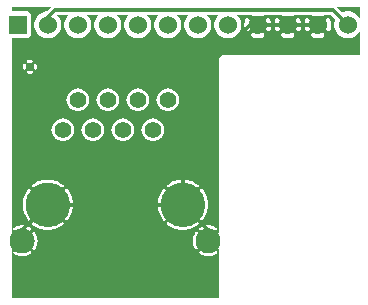
<source format=gbr>
G04 start of page 3 for group 1 idx 1 *
G04 Title: (unknown), bottom *
G04 Creator: pcb 1.99z *
G04 CreationDate: Sat Nov 14 22:14:46 2015 UTC *
G04 For: commonadmin *
G04 Format: Gerber/RS-274X *
G04 PCB-Dimensions (mil): 1300.00 1100.00 *
G04 PCB-Coordinate-Origin: lower left *
%MOIN*%
%FSLAX25Y25*%
%LNBOTTOM*%
%ADD34C,0.0630*%
%ADD33C,0.1280*%
%ADD32C,0.0354*%
%ADD31C,0.0280*%
%ADD30C,0.0130*%
%ADD29C,0.0270*%
%ADD28C,0.0827*%
%ADD27C,0.1476*%
%ADD26C,0.0551*%
%ADD25C,0.0600*%
%ADD24C,0.0120*%
%ADD23C,0.0001*%
G54D23*G36*
X111613Y103400D02*X112337D01*
X113893Y101844D01*
X113707Y101395D01*
X113542Y100706D01*
X113486Y100000D01*
X113542Y99294D01*
X113707Y98605D01*
X113978Y97951D01*
X114348Y97347D01*
X114808Y96808D01*
X115347Y96348D01*
X115951Y95978D01*
X116605Y95707D01*
X117294Y95542D01*
X118000Y95486D01*
X118706Y95542D01*
X119395Y95707D01*
X120049Y95978D01*
X120653Y96348D01*
X121192Y96808D01*
X121652Y97347D01*
X122000Y97915D01*
Y90000D01*
X111613D01*
Y97853D01*
X111656Y97860D01*
X111768Y97897D01*
X111873Y97952D01*
X111968Y98022D01*
X112051Y98106D01*
X112119Y98202D01*
X112170Y98308D01*
X112318Y98716D01*
X112422Y99137D01*
X112484Y99567D01*
X112505Y100000D01*
X112484Y100433D01*
X112422Y100863D01*
X112318Y101284D01*
X112175Y101694D01*
X112122Y101800D01*
X112053Y101896D01*
X111970Y101981D01*
X111875Y102051D01*
X111769Y102106D01*
X111657Y102143D01*
X111613Y102151D01*
Y103400D01*
G37*
G36*
X108002Y103000D02*X108289Y102986D01*
X108575Y102944D01*
X108855Y102876D01*
X109128Y102780D01*
X109239Y102742D01*
X109356Y102725D01*
X109474Y102725D01*
X109591Y102745D01*
X109703Y102782D01*
X109807Y102836D01*
X109902Y102906D01*
X109985Y102991D01*
X110054Y103087D01*
X110107Y103192D01*
X110143Y103305D01*
X110157Y103400D01*
X111613D01*
Y102151D01*
X111540Y102163D01*
X111421Y102164D01*
X111304Y102146D01*
X111191Y102110D01*
X111085Y102057D01*
X110988Y101988D01*
X110904Y101905D01*
X110833Y101809D01*
X110779Y101704D01*
X110741Y101592D01*
X110722Y101475D01*
X110721Y101356D01*
X110739Y101239D01*
X110777Y101126D01*
X110876Y100855D01*
X110944Y100575D01*
X110986Y100289D01*
X111000Y100000D01*
X110986Y99711D01*
X110944Y99425D01*
X110876Y99145D01*
X110780Y98872D01*
X110742Y98761D01*
X110725Y98644D01*
X110725Y98526D01*
X110745Y98409D01*
X110782Y98297D01*
X110836Y98193D01*
X110906Y98098D01*
X110991Y98015D01*
X111087Y97946D01*
X111192Y97893D01*
X111305Y97857D01*
X111421Y97840D01*
X111539Y97841D01*
X111613Y97853D01*
Y90000D01*
X108002D01*
Y95495D01*
X108433Y95516D01*
X108863Y95578D01*
X109284Y95682D01*
X109694Y95825D01*
X109800Y95878D01*
X109896Y95947D01*
X109981Y96030D01*
X110051Y96125D01*
X110106Y96231D01*
X110143Y96343D01*
X110163Y96460D01*
X110164Y96579D01*
X110146Y96696D01*
X110110Y96809D01*
X110057Y96915D01*
X109988Y97012D01*
X109905Y97096D01*
X109809Y97167D01*
X109704Y97221D01*
X109592Y97259D01*
X109475Y97278D01*
X109356Y97279D01*
X109239Y97261D01*
X109126Y97223D01*
X108855Y97124D01*
X108575Y97056D01*
X108289Y97014D01*
X108002Y97000D01*
Y103000D01*
G37*
G36*
X104387Y103400D02*X105840D01*
X105854Y103304D01*
X105890Y103191D01*
X105943Y103085D01*
X106012Y102988D01*
X106095Y102904D01*
X106191Y102833D01*
X106296Y102779D01*
X106408Y102741D01*
X106525Y102722D01*
X106644Y102721D01*
X106761Y102739D01*
X106874Y102777D01*
X107145Y102876D01*
X107425Y102944D01*
X107711Y102986D01*
X108000Y103000D01*
X108002Y103000D01*
Y97000D01*
X108000Y97000D01*
X107711Y97014D01*
X107425Y97056D01*
X107145Y97124D01*
X106872Y97220D01*
X106761Y97258D01*
X106644Y97275D01*
X106526Y97275D01*
X106409Y97255D01*
X106297Y97218D01*
X106193Y97164D01*
X106098Y97094D01*
X106015Y97009D01*
X105946Y96913D01*
X105893Y96808D01*
X105857Y96695D01*
X105840Y96579D01*
X105841Y96461D01*
X105860Y96344D01*
X105897Y96232D01*
X105952Y96127D01*
X106022Y96032D01*
X106106Y95949D01*
X106202Y95881D01*
X106308Y95830D01*
X106716Y95682D01*
X107137Y95578D01*
X107567Y95516D01*
X108000Y95495D01*
X108002Y95495D01*
Y90000D01*
X104387D01*
Y97849D01*
X104460Y97837D01*
X104579Y97836D01*
X104696Y97854D01*
X104809Y97890D01*
X104915Y97943D01*
X105012Y98012D01*
X105096Y98095D01*
X105167Y98191D01*
X105221Y98296D01*
X105259Y98408D01*
X105278Y98525D01*
X105279Y98644D01*
X105261Y98761D01*
X105223Y98874D01*
X105124Y99145D01*
X105056Y99425D01*
X105014Y99711D01*
X105000Y100000D01*
X105014Y100289D01*
X105056Y100575D01*
X105124Y100855D01*
X105220Y101128D01*
X105258Y101239D01*
X105275Y101356D01*
X105275Y101474D01*
X105255Y101591D01*
X105218Y101703D01*
X105164Y101807D01*
X105094Y101902D01*
X105009Y101985D01*
X104913Y102054D01*
X104808Y102107D01*
X104695Y102143D01*
X104579Y102160D01*
X104461Y102159D01*
X104387Y102147D01*
Y103400D01*
G37*
G36*
X101613D02*X104387D01*
Y102147D01*
X104344Y102140D01*
X104232Y102103D01*
X104127Y102048D01*
X104032Y101978D01*
X103949Y101894D01*
X103881Y101798D01*
X103830Y101692D01*
X103682Y101284D01*
X103578Y100863D01*
X103516Y100433D01*
X103495Y100000D01*
X103516Y99567D01*
X103578Y99137D01*
X103682Y98716D01*
X103825Y98306D01*
X103878Y98200D01*
X103947Y98104D01*
X104030Y98019D01*
X104125Y97949D01*
X104231Y97894D01*
X104343Y97857D01*
X104387Y97849D01*
Y90000D01*
X101613D01*
Y97853D01*
X101656Y97860D01*
X101768Y97897D01*
X101873Y97952D01*
X101968Y98022D01*
X102051Y98106D01*
X102119Y98202D01*
X102170Y98308D01*
X102318Y98716D01*
X102422Y99137D01*
X102484Y99567D01*
X102505Y100000D01*
X102484Y100433D01*
X102422Y100863D01*
X102318Y101284D01*
X102175Y101694D01*
X102122Y101800D01*
X102053Y101896D01*
X101970Y101981D01*
X101875Y102051D01*
X101769Y102106D01*
X101657Y102143D01*
X101613Y102151D01*
Y103400D01*
G37*
G36*
X98002Y103000D02*X98289Y102986D01*
X98575Y102944D01*
X98855Y102876D01*
X99128Y102780D01*
X99239Y102742D01*
X99356Y102725D01*
X99474Y102725D01*
X99591Y102745D01*
X99703Y102782D01*
X99807Y102836D01*
X99902Y102906D01*
X99985Y102991D01*
X100054Y103087D01*
X100107Y103192D01*
X100143Y103305D01*
X100157Y103400D01*
X101613D01*
Y102151D01*
X101540Y102163D01*
X101421Y102164D01*
X101304Y102146D01*
X101191Y102110D01*
X101085Y102057D01*
X100988Y101988D01*
X100904Y101905D01*
X100833Y101809D01*
X100779Y101704D01*
X100741Y101592D01*
X100722Y101475D01*
X100721Y101356D01*
X100739Y101239D01*
X100777Y101126D01*
X100876Y100855D01*
X100944Y100575D01*
X100986Y100289D01*
X101000Y100000D01*
X100986Y99711D01*
X100944Y99425D01*
X100876Y99145D01*
X100780Y98872D01*
X100742Y98761D01*
X100725Y98644D01*
X100725Y98526D01*
X100745Y98409D01*
X100782Y98297D01*
X100836Y98193D01*
X100906Y98098D01*
X100991Y98015D01*
X101087Y97946D01*
X101192Y97893D01*
X101305Y97857D01*
X101421Y97840D01*
X101539Y97841D01*
X101613Y97853D01*
Y90000D01*
X98002D01*
Y95495D01*
X98433Y95516D01*
X98863Y95578D01*
X99284Y95682D01*
X99694Y95825D01*
X99800Y95878D01*
X99896Y95947D01*
X99981Y96030D01*
X100051Y96125D01*
X100106Y96231D01*
X100143Y96343D01*
X100163Y96460D01*
X100164Y96579D01*
X100146Y96696D01*
X100110Y96809D01*
X100057Y96915D01*
X99988Y97012D01*
X99905Y97096D01*
X99809Y97167D01*
X99704Y97221D01*
X99592Y97259D01*
X99475Y97278D01*
X99356Y97279D01*
X99239Y97261D01*
X99126Y97223D01*
X98855Y97124D01*
X98575Y97056D01*
X98289Y97014D01*
X98002Y97000D01*
Y103000D01*
G37*
G36*
X94387Y103400D02*X95840D01*
X95854Y103304D01*
X95890Y103191D01*
X95943Y103085D01*
X96012Y102988D01*
X96095Y102904D01*
X96191Y102833D01*
X96296Y102779D01*
X96408Y102741D01*
X96525Y102722D01*
X96644Y102721D01*
X96761Y102739D01*
X96874Y102777D01*
X97145Y102876D01*
X97425Y102944D01*
X97711Y102986D01*
X98000Y103000D01*
X98002Y103000D01*
Y97000D01*
X98000Y97000D01*
X97711Y97014D01*
X97425Y97056D01*
X97145Y97124D01*
X96872Y97220D01*
X96761Y97258D01*
X96644Y97275D01*
X96526Y97275D01*
X96409Y97255D01*
X96297Y97218D01*
X96193Y97164D01*
X96098Y97094D01*
X96015Y97009D01*
X95946Y96913D01*
X95893Y96808D01*
X95857Y96695D01*
X95840Y96579D01*
X95841Y96461D01*
X95860Y96344D01*
X95897Y96232D01*
X95952Y96127D01*
X96022Y96032D01*
X96106Y95949D01*
X96202Y95881D01*
X96308Y95830D01*
X96716Y95682D01*
X97137Y95578D01*
X97567Y95516D01*
X98000Y95495D01*
X98002Y95495D01*
Y90000D01*
X94387D01*
Y97849D01*
X94460Y97837D01*
X94579Y97836D01*
X94696Y97854D01*
X94809Y97890D01*
X94915Y97943D01*
X95012Y98012D01*
X95096Y98095D01*
X95167Y98191D01*
X95221Y98296D01*
X95259Y98408D01*
X95278Y98525D01*
X95279Y98644D01*
X95261Y98761D01*
X95223Y98874D01*
X95124Y99145D01*
X95056Y99425D01*
X95014Y99711D01*
X95000Y100000D01*
X95014Y100289D01*
X95056Y100575D01*
X95124Y100855D01*
X95220Y101128D01*
X95258Y101239D01*
X95275Y101356D01*
X95275Y101474D01*
X95255Y101591D01*
X95218Y101703D01*
X95164Y101807D01*
X95094Y101902D01*
X95009Y101985D01*
X94913Y102054D01*
X94808Y102107D01*
X94695Y102143D01*
X94579Y102160D01*
X94461Y102159D01*
X94387Y102147D01*
Y103400D01*
G37*
G36*
X91613D02*X94387D01*
Y102147D01*
X94344Y102140D01*
X94232Y102103D01*
X94127Y102048D01*
X94032Y101978D01*
X93949Y101894D01*
X93881Y101798D01*
X93830Y101692D01*
X93682Y101284D01*
X93578Y100863D01*
X93516Y100433D01*
X93495Y100000D01*
X93516Y99567D01*
X93578Y99137D01*
X93682Y98716D01*
X93825Y98306D01*
X93878Y98200D01*
X93947Y98104D01*
X94030Y98019D01*
X94125Y97949D01*
X94231Y97894D01*
X94343Y97857D01*
X94387Y97849D01*
Y90000D01*
X91613D01*
Y97853D01*
X91656Y97860D01*
X91768Y97897D01*
X91873Y97952D01*
X91968Y98022D01*
X92051Y98106D01*
X92119Y98202D01*
X92170Y98308D01*
X92318Y98716D01*
X92422Y99137D01*
X92484Y99567D01*
X92505Y100000D01*
X92484Y100433D01*
X92422Y100863D01*
X92318Y101284D01*
X92175Y101694D01*
X92122Y101800D01*
X92053Y101896D01*
X91970Y101981D01*
X91875Y102051D01*
X91769Y102106D01*
X91657Y102143D01*
X91613Y102151D01*
Y103400D01*
G37*
G36*
X88002Y103000D02*X88289Y102986D01*
X88575Y102944D01*
X88855Y102876D01*
X89128Y102780D01*
X89239Y102742D01*
X89356Y102725D01*
X89474Y102725D01*
X89591Y102745D01*
X89703Y102782D01*
X89807Y102836D01*
X89902Y102906D01*
X89985Y102991D01*
X90054Y103087D01*
X90107Y103192D01*
X90143Y103305D01*
X90157Y103400D01*
X91613D01*
Y102151D01*
X91540Y102163D01*
X91421Y102164D01*
X91304Y102146D01*
X91191Y102110D01*
X91085Y102057D01*
X90988Y101988D01*
X90904Y101905D01*
X90833Y101809D01*
X90779Y101704D01*
X90741Y101592D01*
X90722Y101475D01*
X90721Y101356D01*
X90739Y101239D01*
X90777Y101126D01*
X90876Y100855D01*
X90944Y100575D01*
X90986Y100289D01*
X91000Y100000D01*
X90986Y99711D01*
X90944Y99425D01*
X90876Y99145D01*
X90780Y98872D01*
X90742Y98761D01*
X90725Y98644D01*
X90725Y98526D01*
X90745Y98409D01*
X90782Y98297D01*
X90836Y98193D01*
X90906Y98098D01*
X90991Y98015D01*
X91087Y97946D01*
X91192Y97893D01*
X91305Y97857D01*
X91421Y97840D01*
X91539Y97841D01*
X91613Y97853D01*
Y90000D01*
X88002D01*
Y95495D01*
X88433Y95516D01*
X88863Y95578D01*
X89284Y95682D01*
X89694Y95825D01*
X89800Y95878D01*
X89896Y95947D01*
X89981Y96030D01*
X90051Y96125D01*
X90106Y96231D01*
X90143Y96343D01*
X90163Y96460D01*
X90164Y96579D01*
X90146Y96696D01*
X90110Y96809D01*
X90057Y96915D01*
X89988Y97012D01*
X89905Y97096D01*
X89809Y97167D01*
X89704Y97221D01*
X89592Y97259D01*
X89475Y97278D01*
X89356Y97279D01*
X89239Y97261D01*
X89126Y97223D01*
X88855Y97124D01*
X88575Y97056D01*
X88289Y97014D01*
X88002Y97000D01*
Y103000D01*
G37*
G36*
X84387Y103400D02*X85840D01*
X85854Y103304D01*
X85890Y103191D01*
X85943Y103085D01*
X86012Y102988D01*
X86095Y102904D01*
X86191Y102833D01*
X86296Y102779D01*
X86408Y102741D01*
X86525Y102722D01*
X86644Y102721D01*
X86761Y102739D01*
X86874Y102777D01*
X87145Y102876D01*
X87425Y102944D01*
X87711Y102986D01*
X88000Y103000D01*
X88002Y103000D01*
Y97000D01*
X88000Y97000D01*
X87711Y97014D01*
X87425Y97056D01*
X87145Y97124D01*
X86872Y97220D01*
X86761Y97258D01*
X86644Y97275D01*
X86526Y97275D01*
X86409Y97255D01*
X86297Y97218D01*
X86193Y97164D01*
X86098Y97094D01*
X86015Y97009D01*
X85946Y96913D01*
X85893Y96808D01*
X85857Y96695D01*
X85840Y96579D01*
X85841Y96461D01*
X85860Y96344D01*
X85897Y96232D01*
X85952Y96127D01*
X86022Y96032D01*
X86106Y95949D01*
X86202Y95881D01*
X86308Y95830D01*
X86716Y95682D01*
X87137Y95578D01*
X87567Y95516D01*
X88000Y95495D01*
X88002Y95495D01*
Y90000D01*
X84387D01*
Y97849D01*
X84460Y97837D01*
X84579Y97836D01*
X84696Y97854D01*
X84809Y97890D01*
X84915Y97943D01*
X85012Y98012D01*
X85096Y98095D01*
X85167Y98191D01*
X85221Y98296D01*
X85259Y98408D01*
X85278Y98525D01*
X85279Y98644D01*
X85261Y98761D01*
X85223Y98874D01*
X85124Y99145D01*
X85056Y99425D01*
X85014Y99711D01*
X85000Y100000D01*
X85014Y100289D01*
X85056Y100575D01*
X85124Y100855D01*
X85220Y101128D01*
X85258Y101239D01*
X85275Y101356D01*
X85275Y101474D01*
X85255Y101591D01*
X85218Y101703D01*
X85164Y101807D01*
X85094Y101902D01*
X85009Y101985D01*
X84913Y102054D01*
X84808Y102107D01*
X84695Y102143D01*
X84579Y102160D01*
X84461Y102159D01*
X84387Y102147D01*
Y103400D01*
G37*
G36*
X6000Y106000D02*X19237D01*
X17730Y104493D01*
X17294Y104458D01*
X16605Y104293D01*
X15951Y104022D01*
X15347Y103652D01*
X14808Y103192D01*
X14348Y102653D01*
X13978Y102049D01*
X13707Y101395D01*
X13542Y100706D01*
X13486Y100000D01*
X13542Y99294D01*
X13707Y98605D01*
X13978Y97951D01*
X14348Y97347D01*
X14808Y96808D01*
X15347Y96348D01*
X15951Y95978D01*
X16605Y95707D01*
X17294Y95542D01*
X18000Y95486D01*
X18706Y95542D01*
X19395Y95707D01*
X20049Y95978D01*
X20653Y96348D01*
X21192Y96808D01*
X21652Y97347D01*
X22022Y97951D01*
X22293Y98605D01*
X22458Y99294D01*
X22500Y100000D01*
X22458Y100706D01*
X22293Y101395D01*
X22022Y102049D01*
X21652Y102653D01*
X21192Y103192D01*
X21064Y103301D01*
X21163Y103400D01*
X25052D01*
X24808Y103192D01*
X24348Y102653D01*
X23978Y102049D01*
X23707Y101395D01*
X23542Y100706D01*
X23486Y100000D01*
X23542Y99294D01*
X23707Y98605D01*
X23978Y97951D01*
X24348Y97347D01*
X24808Y96808D01*
X25347Y96348D01*
X25951Y95978D01*
X26605Y95707D01*
X27294Y95542D01*
X28000Y95486D01*
X28706Y95542D01*
X29395Y95707D01*
X30049Y95978D01*
X30653Y96348D01*
X31192Y96808D01*
X31652Y97347D01*
X32022Y97951D01*
X32293Y98605D01*
X32458Y99294D01*
X32500Y100000D01*
X32458Y100706D01*
X32293Y101395D01*
X32022Y102049D01*
X31652Y102653D01*
X31192Y103192D01*
X30948Y103400D01*
X35052D01*
X34808Y103192D01*
X34348Y102653D01*
X33978Y102049D01*
X33707Y101395D01*
X33542Y100706D01*
X33486Y100000D01*
X33542Y99294D01*
X33707Y98605D01*
X33978Y97951D01*
X34348Y97347D01*
X34808Y96808D01*
X35347Y96348D01*
X35951Y95978D01*
X36605Y95707D01*
X37294Y95542D01*
X38000Y95486D01*
X38706Y95542D01*
X39395Y95707D01*
X40049Y95978D01*
X40653Y96348D01*
X41192Y96808D01*
X41652Y97347D01*
X42022Y97951D01*
X42293Y98605D01*
X42458Y99294D01*
X42500Y100000D01*
X42458Y100706D01*
X42293Y101395D01*
X42022Y102049D01*
X41652Y102653D01*
X41192Y103192D01*
X40948Y103400D01*
X45052D01*
X44808Y103192D01*
X44348Y102653D01*
X43978Y102049D01*
X43707Y101395D01*
X43542Y100706D01*
X43486Y100000D01*
X43542Y99294D01*
X43707Y98605D01*
X43978Y97951D01*
X44348Y97347D01*
X44808Y96808D01*
X45347Y96348D01*
X45951Y95978D01*
X46605Y95707D01*
X47294Y95542D01*
X48000Y95486D01*
X48706Y95542D01*
X49395Y95707D01*
X50049Y95978D01*
X50653Y96348D01*
X51192Y96808D01*
X51652Y97347D01*
X52022Y97951D01*
X52293Y98605D01*
X52458Y99294D01*
X52500Y100000D01*
X52458Y100706D01*
X52293Y101395D01*
X52022Y102049D01*
X51652Y102653D01*
X51192Y103192D01*
X50948Y103400D01*
X55052D01*
X54808Y103192D01*
X54348Y102653D01*
X53978Y102049D01*
X53707Y101395D01*
X53542Y100706D01*
X53486Y100000D01*
X53542Y99294D01*
X53707Y98605D01*
X53978Y97951D01*
X54348Y97347D01*
X54808Y96808D01*
X55347Y96348D01*
X55951Y95978D01*
X56605Y95707D01*
X57294Y95542D01*
X58000Y95486D01*
X58706Y95542D01*
X59395Y95707D01*
X60049Y95978D01*
X60653Y96348D01*
X61192Y96808D01*
X61652Y97347D01*
X62022Y97951D01*
X62293Y98605D01*
X62458Y99294D01*
X62500Y100000D01*
X62458Y100706D01*
X62293Y101395D01*
X62022Y102049D01*
X61652Y102653D01*
X61192Y103192D01*
X60948Y103400D01*
X65052D01*
X64808Y103192D01*
X64348Y102653D01*
X63978Y102049D01*
X63707Y101395D01*
X63542Y100706D01*
X63486Y100000D01*
X63542Y99294D01*
X63707Y98605D01*
X63978Y97951D01*
X64348Y97347D01*
X64808Y96808D01*
X65347Y96348D01*
X65951Y95978D01*
X66605Y95707D01*
X67294Y95542D01*
X68000Y95486D01*
X68706Y95542D01*
X69395Y95707D01*
X70049Y95978D01*
X70653Y96348D01*
X71192Y96808D01*
X71652Y97347D01*
X72022Y97951D01*
X72293Y98605D01*
X72458Y99294D01*
X72500Y100000D01*
X72458Y100706D01*
X72293Y101395D01*
X72022Y102049D01*
X71652Y102653D01*
X71192Y103192D01*
X70948Y103400D01*
X75052D01*
X74808Y103192D01*
X74348Y102653D01*
X73978Y102049D01*
X73707Y101395D01*
X73542Y100706D01*
X73486Y100000D01*
X73542Y99294D01*
X73707Y98605D01*
X73978Y97951D01*
X74348Y97347D01*
X74808Y96808D01*
X75347Y96348D01*
X75951Y95978D01*
X76605Y95707D01*
X77294Y95542D01*
X78000Y95486D01*
X78706Y95542D01*
X79395Y95707D01*
X80049Y95978D01*
X80653Y96348D01*
X81192Y96808D01*
X81652Y97347D01*
X82022Y97951D01*
X82293Y98605D01*
X82458Y99294D01*
X82500Y100000D01*
X82458Y100706D01*
X82293Y101395D01*
X82022Y102049D01*
X81652Y102653D01*
X81192Y103192D01*
X80948Y103400D01*
X84387D01*
Y102147D01*
X84344Y102140D01*
X84232Y102103D01*
X84127Y102048D01*
X84032Y101978D01*
X83949Y101894D01*
X83881Y101798D01*
X83830Y101692D01*
X83682Y101284D01*
X83578Y100863D01*
X83516Y100433D01*
X83495Y100000D01*
X83516Y99567D01*
X83578Y99137D01*
X83682Y98716D01*
X83825Y98306D01*
X83878Y98200D01*
X83947Y98104D01*
X84030Y98019D01*
X84125Y97949D01*
X84231Y97894D01*
X84343Y97857D01*
X84387Y97849D01*
Y90000D01*
X6000D01*
Y95502D01*
X11235Y95514D01*
X11465Y95569D01*
X11683Y95659D01*
X11884Y95783D01*
X12064Y95936D01*
X12217Y96116D01*
X12341Y96317D01*
X12431Y96535D01*
X12486Y96765D01*
X12500Y97000D01*
X12486Y103235D01*
X12431Y103465D01*
X12341Y103683D01*
X12217Y103884D01*
X12064Y104064D01*
X11884Y104217D01*
X11683Y104341D01*
X11465Y104431D01*
X11235Y104486D01*
X11000Y104500D01*
X6000Y104489D01*
Y106000D01*
G37*
G36*
X116156Y104107D02*X114263Y106000D01*
X122000D01*
Y102085D01*
X121652Y102653D01*
X121192Y103192D01*
X120653Y103652D01*
X120049Y104022D01*
X119395Y104293D01*
X118706Y104458D01*
X118000Y104514D01*
X117294Y104458D01*
X116605Y104293D01*
X116156Y104107D01*
G37*
G36*
X70054Y42168D02*X70205Y41607D01*
X70318Y40969D01*
X70375Y40324D01*
Y39676D01*
X70318Y39031D01*
X70205Y38393D01*
X70054Y37832D01*
Y42168D01*
G37*
G36*
Y95981D02*X70653Y96348D01*
X71192Y96808D01*
X71652Y97347D01*
X72022Y97951D01*
X72293Y98605D01*
X72458Y99294D01*
X72500Y100000D01*
X72458Y100706D01*
X72293Y101395D01*
X72022Y102049D01*
X71652Y102653D01*
X71192Y103192D01*
X70948Y103400D01*
X75000D01*
Y103356D01*
X74808Y103192D01*
X74348Y102653D01*
X73978Y102049D01*
X73707Y101395D01*
X73542Y100706D01*
X73486Y100000D01*
X73542Y99294D01*
X73707Y98605D01*
X73978Y97951D01*
X74348Y97347D01*
X74808Y96808D01*
X75000Y96644D01*
Y30837D01*
X74976Y30812D01*
X74931Y30747D01*
X74896Y30675D01*
X74873Y30599D01*
X74862Y30521D01*
X74864Y30441D01*
X74878Y30363D01*
X74904Y30288D01*
X74942Y30219D01*
X75000Y30123D01*
Y25856D01*
X74946Y25763D01*
X74907Y25694D01*
X74882Y25620D01*
X74868Y25542D01*
X74866Y25464D01*
X74877Y25386D01*
X74900Y25310D01*
X74934Y25240D01*
X74979Y25175D01*
X75000Y25153D01*
Y9000D01*
X70054D01*
Y23055D01*
X70348Y22976D01*
X70791Y22898D01*
X71239Y22858D01*
X71690D01*
X72138Y22898D01*
X72581Y22976D01*
X73016Y23093D01*
X73439Y23248D01*
X73847Y23439D01*
X74236Y23665D01*
X74299Y23712D01*
X74354Y23769D01*
X74400Y23834D01*
X74434Y23906D01*
X74457Y23982D01*
X74468Y24060D01*
X74467Y24140D01*
X74453Y24218D01*
X74427Y24293D01*
X74389Y24362D01*
X74341Y24426D01*
X74284Y24481D01*
X74219Y24526D01*
X74148Y24561D01*
X74072Y24584D01*
X73993Y24595D01*
X73914Y24593D01*
X73836Y24579D01*
X73761Y24553D01*
X73692Y24514D01*
X73381Y24329D01*
X73053Y24176D01*
X72713Y24051D01*
X72363Y23957D01*
X72006Y23894D01*
X71646Y23862D01*
X71283D01*
X70923Y23894D01*
X70566Y23957D01*
X70216Y24051D01*
X70054Y24111D01*
Y31874D01*
X70216Y31933D01*
X70566Y32027D01*
X70923Y32090D01*
X71283Y32122D01*
X71646D01*
X72006Y32090D01*
X72363Y32027D01*
X72713Y31933D01*
X73053Y31809D01*
X73381Y31655D01*
X73694Y31473D01*
X73762Y31435D01*
X73837Y31409D01*
X73914Y31395D01*
X73993Y31394D01*
X74071Y31404D01*
X74146Y31427D01*
X74217Y31462D01*
X74282Y31507D01*
X74338Y31561D01*
X74386Y31624D01*
X74423Y31693D01*
X74449Y31768D01*
X74463Y31845D01*
X74464Y31924D01*
X74453Y32002D01*
X74431Y32077D01*
X74396Y32148D01*
X74351Y32212D01*
X74297Y32269D01*
X74233Y32315D01*
X73847Y32546D01*
X73439Y32737D01*
X73016Y32891D01*
X72581Y33008D01*
X72138Y33087D01*
X71690Y33126D01*
X71239D01*
X70791Y33087D01*
X70348Y33008D01*
X70054Y32929D01*
Y35458D01*
X70060Y35467D01*
X70431Y36104D01*
X70744Y36771D01*
X70997Y37462D01*
X71189Y38173D01*
X71317Y38898D01*
X71382Y39632D01*
Y40368D01*
X71317Y41102D01*
X71189Y41827D01*
X70997Y42538D01*
X70744Y43229D01*
X70431Y43896D01*
X70060Y44533D01*
X70054Y44542D01*
Y95981D01*
G37*
G36*
X67199Y95565D02*X67294Y95542D01*
X68000Y95486D01*
X68706Y95542D01*
X69395Y95707D01*
X70049Y95978D01*
X70054Y95981D01*
Y44542D01*
X69636Y45134D01*
X69582Y45194D01*
X69520Y45244D01*
X69451Y45283D01*
X69376Y45312D01*
X69298Y45328D01*
X69218Y45332D01*
X69139Y45323D01*
X69062Y45302D01*
X68989Y45269D01*
X68922Y45226D01*
X68863Y45172D01*
X68813Y45110D01*
X68774Y45040D01*
X68745Y44966D01*
X68729Y44888D01*
X68725Y44808D01*
X68734Y44729D01*
X68755Y44652D01*
X68788Y44579D01*
X68833Y44513D01*
X69212Y43988D01*
X69538Y43428D01*
X69813Y42841D01*
X70036Y42233D01*
X70054Y42168D01*
Y37832D01*
X70036Y37767D01*
X69813Y37159D01*
X69538Y36572D01*
X69212Y36012D01*
X68838Y35483D01*
X68794Y35418D01*
X68762Y35346D01*
X68741Y35270D01*
X68732Y35192D01*
X68736Y35113D01*
X68752Y35036D01*
X68780Y34963D01*
X68819Y34894D01*
X68869Y34833D01*
X68927Y34780D01*
X68993Y34737D01*
X69064Y34705D01*
X69140Y34684D01*
X69219Y34675D01*
X69297Y34679D01*
X69374Y34695D01*
X69448Y34723D01*
X69516Y34762D01*
X69578Y34811D01*
X69629Y34871D01*
X70054Y35458D01*
Y32929D01*
X69913Y32891D01*
X69490Y32737D01*
X69083Y32546D01*
X68693Y32320D01*
X68630Y32272D01*
X68575Y32215D01*
X68529Y32150D01*
X68495Y32079D01*
X68472Y32003D01*
X68461Y31924D01*
X68462Y31845D01*
X68476Y31767D01*
X68502Y31692D01*
X68540Y31622D01*
X68588Y31559D01*
X68645Y31504D01*
X68710Y31458D01*
X68781Y31424D01*
X68857Y31401D01*
X68936Y31390D01*
X69015Y31391D01*
X69093Y31405D01*
X69168Y31431D01*
X69237Y31470D01*
X69548Y31655D01*
X69876Y31809D01*
X70054Y31874D01*
Y24111D01*
X69876Y24176D01*
X69548Y24329D01*
X69235Y24511D01*
X69167Y24549D01*
X69092Y24575D01*
X69015Y24589D01*
X68936Y24591D01*
X68858Y24580D01*
X68783Y24557D01*
X68712Y24523D01*
X68647Y24478D01*
X68591Y24423D01*
X68543Y24360D01*
X68506Y24291D01*
X68480Y24217D01*
X68466Y24139D01*
X68465Y24060D01*
X68476Y23982D01*
X68498Y23907D01*
X68533Y23836D01*
X68578Y23772D01*
X68632Y23715D01*
X68696Y23669D01*
X69083Y23439D01*
X69490Y23248D01*
X69913Y23093D01*
X70054Y23055D01*
Y9000D01*
X67199D01*
Y25143D01*
X67242Y25102D01*
X67307Y25057D01*
X67378Y25022D01*
X67454Y24999D01*
X67533Y24988D01*
X67612Y24990D01*
X67690Y25004D01*
X67765Y25030D01*
X67835Y25067D01*
X67898Y25115D01*
X67953Y25172D01*
X67998Y25238D01*
X68033Y25309D01*
X68056Y25385D01*
X68067Y25463D01*
X68065Y25543D01*
X68051Y25621D01*
X68025Y25696D01*
X67987Y25765D01*
X67802Y26076D01*
X67648Y26404D01*
X67524Y26744D01*
X67430Y27094D01*
X67366Y27450D01*
X67335Y27811D01*
Y28173D01*
X67366Y28534D01*
X67430Y28891D01*
X67524Y29240D01*
X67648Y29580D01*
X67802Y29908D01*
X67983Y30221D01*
X68022Y30290D01*
X68048Y30364D01*
X68061Y30442D01*
X68063Y30521D01*
X68052Y30599D01*
X68029Y30674D01*
X67995Y30745D01*
X67950Y30809D01*
X67896Y30866D01*
X67833Y30913D01*
X67763Y30951D01*
X67689Y30976D01*
X67612Y30990D01*
X67533Y30992D01*
X67455Y30981D01*
X67380Y30958D01*
X67309Y30924D01*
X67244Y30879D01*
X67199Y30835D01*
Y32746D01*
X67533Y32940D01*
X68134Y33364D01*
X68194Y33418D01*
X68244Y33480D01*
X68283Y33549D01*
X68312Y33624D01*
X68328Y33702D01*
X68332Y33782D01*
X68323Y33861D01*
X68302Y33938D01*
X68269Y34011D01*
X68226Y34078D01*
X68172Y34137D01*
X68110Y34187D01*
X68040Y34226D01*
X67966Y34255D01*
X67888Y34271D01*
X67808Y34275D01*
X67729Y34266D01*
X67652Y34245D01*
X67579Y34212D01*
X67513Y34167D01*
X67199Y33940D01*
Y46063D01*
X67517Y45838D01*
X67582Y45794D01*
X67654Y45762D01*
X67730Y45741D01*
X67808Y45732D01*
X67887Y45736D01*
X67964Y45752D01*
X68037Y45780D01*
X68106Y45819D01*
X68167Y45869D01*
X68220Y45927D01*
X68263Y45993D01*
X68295Y46064D01*
X68316Y46140D01*
X68325Y46219D01*
X68321Y46297D01*
X68305Y46374D01*
X68277Y46448D01*
X68238Y46516D01*
X68189Y46578D01*
X68129Y46629D01*
X67533Y47060D01*
X67199Y47254D01*
Y95565D01*
G37*
G36*
Y33940D02*X66988Y33788D01*
X66428Y33462D01*
X65841Y33187D01*
X65233Y32964D01*
X64607Y32795D01*
X63969Y32682D01*
X63324Y32625D01*
X62676D01*
X62031Y32682D01*
X61393Y32795D01*
X60767Y32964D01*
X60159Y33187D01*
X59572Y33462D01*
X59012Y33788D01*
X58483Y34162D01*
X58418Y34206D01*
X58346Y34238D01*
X58270Y34259D01*
X58192Y34268D01*
X58113Y34264D01*
X58036Y34248D01*
X57994Y34232D01*
Y45761D01*
X58034Y45745D01*
X58112Y45729D01*
X58192Y45725D01*
X58271Y45734D01*
X58348Y45755D01*
X58421Y45788D01*
X58487Y45833D01*
X59012Y46212D01*
X59572Y46538D01*
X60159Y46813D01*
X60767Y47036D01*
X61393Y47205D01*
X62031Y47318D01*
X62676Y47375D01*
X63324D01*
X63969Y47318D01*
X64607Y47205D01*
X65233Y47036D01*
X65841Y46813D01*
X66428Y46538D01*
X66988Y46212D01*
X67199Y46063D01*
Y33940D01*
G37*
G36*
Y9000D02*X57994D01*
Y33282D01*
X58467Y32940D01*
X59104Y32569D01*
X59771Y32256D01*
X60462Y32003D01*
X61173Y31811D01*
X61898Y31683D01*
X62632Y31618D01*
X63368D01*
X64102Y31683D01*
X64827Y31811D01*
X65538Y32003D01*
X66229Y32256D01*
X66896Y32569D01*
X67199Y32746D01*
Y30835D01*
X67187Y30824D01*
X67141Y30761D01*
X66911Y30374D01*
X66720Y29966D01*
X66566Y29544D01*
X66449Y29109D01*
X66370Y28666D01*
X66331Y28217D01*
Y27767D01*
X66370Y27319D01*
X66449Y26875D01*
X66566Y26441D01*
X66720Y26018D01*
X66911Y25610D01*
X67137Y25221D01*
X67184Y25157D01*
X67199Y25143D01*
Y9000D01*
G37*
G36*
X57994Y95487D02*X58000Y95486D01*
X58706Y95542D01*
X59395Y95707D01*
X60049Y95978D01*
X60653Y96348D01*
X61192Y96808D01*
X61652Y97347D01*
X62022Y97951D01*
X62293Y98605D01*
X62458Y99294D01*
X62500Y100000D01*
X62458Y100706D01*
X62293Y101395D01*
X62022Y102049D01*
X61652Y102653D01*
X61192Y103192D01*
X60948Y103400D01*
X65052D01*
X64808Y103192D01*
X64348Y102653D01*
X63978Y102049D01*
X63707Y101395D01*
X63542Y100706D01*
X63486Y100000D01*
X63542Y99294D01*
X63707Y98605D01*
X63978Y97951D01*
X64348Y97347D01*
X64808Y96808D01*
X65347Y96348D01*
X65951Y95978D01*
X66605Y95707D01*
X67199Y95565D01*
Y47254D01*
X66896Y47431D01*
X66229Y47744D01*
X65538Y47997D01*
X64827Y48189D01*
X64102Y48317D01*
X63368Y48382D01*
X62632D01*
X61898Y48317D01*
X61173Y48189D01*
X60462Y47997D01*
X59771Y47744D01*
X59104Y47431D01*
X58467Y47060D01*
X57994Y46726D01*
Y71233D01*
X58000Y71233D01*
X58589Y71279D01*
X59164Y71417D01*
X59710Y71643D01*
X60214Y71952D01*
X60664Y72336D01*
X61048Y72786D01*
X61357Y73290D01*
X61583Y73836D01*
X61721Y74411D01*
X61756Y75000D01*
X61721Y75589D01*
X61583Y76164D01*
X61357Y76710D01*
X61048Y77214D01*
X60664Y77664D01*
X60214Y78048D01*
X59710Y78357D01*
X59164Y78583D01*
X58589Y78721D01*
X58000Y78767D01*
X57994Y78767D01*
Y95487D01*
G37*
G36*
X55946Y71853D02*X56290Y71643D01*
X56836Y71417D01*
X57411Y71279D01*
X57994Y71233D01*
Y46726D01*
X57866Y46636D01*
X57806Y46582D01*
X57756Y46520D01*
X57717Y46451D01*
X57688Y46376D01*
X57672Y46298D01*
X57668Y46218D01*
X57677Y46139D01*
X57698Y46062D01*
X57731Y45989D01*
X57774Y45922D01*
X57828Y45863D01*
X57890Y45813D01*
X57960Y45774D01*
X57994Y45761D01*
Y34232D01*
X57963Y34220D01*
X57894Y34181D01*
X57833Y34131D01*
X57780Y34073D01*
X57737Y34007D01*
X57705Y33936D01*
X57684Y33860D01*
X57675Y33781D01*
X57679Y33703D01*
X57695Y33626D01*
X57723Y33552D01*
X57762Y33484D01*
X57811Y33422D01*
X57871Y33371D01*
X57994Y33282D01*
Y9000D01*
X55946D01*
Y35458D01*
X56364Y34866D01*
X56418Y34806D01*
X56480Y34756D01*
X56549Y34717D01*
X56624Y34688D01*
X56702Y34672D01*
X56782Y34668D01*
X56861Y34677D01*
X56938Y34698D01*
X57011Y34731D01*
X57078Y34774D01*
X57137Y34828D01*
X57187Y34890D01*
X57226Y34960D01*
X57255Y35034D01*
X57271Y35112D01*
X57275Y35192D01*
X57266Y35271D01*
X57245Y35348D01*
X57212Y35421D01*
X57167Y35487D01*
X56788Y36012D01*
X56462Y36572D01*
X56187Y37159D01*
X55964Y37767D01*
X55946Y37832D01*
Y42168D01*
X55964Y42233D01*
X56187Y42841D01*
X56462Y43428D01*
X56788Y43988D01*
X57162Y44517D01*
X57206Y44582D01*
X57238Y44654D01*
X57259Y44730D01*
X57268Y44808D01*
X57264Y44887D01*
X57248Y44964D01*
X57220Y45037D01*
X57181Y45106D01*
X57131Y45167D01*
X57073Y45220D01*
X57007Y45263D01*
X56936Y45295D01*
X56860Y45316D01*
X56781Y45325D01*
X56703Y45321D01*
X56626Y45305D01*
X56552Y45277D01*
X56484Y45238D01*
X56422Y45189D01*
X56371Y45129D01*
X55946Y44542D01*
Y62667D01*
X56048Y62786D01*
X56357Y63290D01*
X56583Y63836D01*
X56721Y64411D01*
X56756Y65000D01*
X56721Y65589D01*
X56583Y66164D01*
X56357Y66710D01*
X56048Y67214D01*
X55946Y67333D01*
Y71853D01*
G37*
G36*
Y95981D02*X55951Y95978D01*
X56605Y95707D01*
X57294Y95542D01*
X57994Y95487D01*
Y78767D01*
X57411Y78721D01*
X56836Y78583D01*
X56290Y78357D01*
X55946Y78147D01*
Y95981D01*
G37*
G36*
Y37832D02*X55795Y38393D01*
X55682Y39031D01*
X55625Y39676D01*
Y40324D01*
X55682Y40969D01*
X55795Y41607D01*
X55946Y42168D01*
Y37832D01*
G37*
G36*
Y9000D02*X52994D01*
Y61233D01*
X53000Y61233D01*
X53589Y61279D01*
X54164Y61417D01*
X54710Y61643D01*
X55214Y61952D01*
X55664Y62336D01*
X55946Y62667D01*
Y44542D01*
X55940Y44533D01*
X55569Y43896D01*
X55256Y43229D01*
X55003Y42538D01*
X54811Y41827D01*
X54683Y41102D01*
X54618Y40368D01*
Y39632D01*
X54683Y38898D01*
X54811Y38173D01*
X55003Y37462D01*
X55256Y36771D01*
X55569Y36104D01*
X55940Y35467D01*
X55946Y35458D01*
Y9000D01*
G37*
G36*
X52994Y103400D02*X55052D01*
X54808Y103192D01*
X54348Y102653D01*
X53978Y102049D01*
X53707Y101395D01*
X53542Y100706D01*
X53486Y100000D01*
X53542Y99294D01*
X53707Y98605D01*
X53978Y97951D01*
X54348Y97347D01*
X54808Y96808D01*
X55347Y96348D01*
X55946Y95981D01*
Y78147D01*
X55786Y78048D01*
X55336Y77664D01*
X54952Y77214D01*
X54643Y76710D01*
X54417Y76164D01*
X54279Y75589D01*
X54233Y75000D01*
X54279Y74411D01*
X54417Y73836D01*
X54643Y73290D01*
X54952Y72786D01*
X55336Y72336D01*
X55786Y71952D01*
X55946Y71853D01*
Y67333D01*
X55664Y67664D01*
X55214Y68048D01*
X54710Y68357D01*
X54164Y68583D01*
X53589Y68721D01*
X53000Y68767D01*
X52994Y68767D01*
Y103400D01*
G37*
G36*
X47994Y95487D02*X48000Y95486D01*
X48706Y95542D01*
X49395Y95707D01*
X50049Y95978D01*
X50653Y96348D01*
X51192Y96808D01*
X51652Y97347D01*
X52022Y97951D01*
X52293Y98605D01*
X52458Y99294D01*
X52500Y100000D01*
X52458Y100706D01*
X52293Y101395D01*
X52022Y102049D01*
X51652Y102653D01*
X51192Y103192D01*
X50948Y103400D01*
X52994D01*
Y68767D01*
X52411Y68721D01*
X51836Y68583D01*
X51290Y68357D01*
X50786Y68048D01*
X50336Y67664D01*
X49952Y67214D01*
X49643Y66710D01*
X49417Y66164D01*
X49279Y65589D01*
X49233Y65000D01*
X49279Y64411D01*
X49417Y63836D01*
X49643Y63290D01*
X49952Y62786D01*
X50336Y62336D01*
X50786Y61952D01*
X51290Y61643D01*
X51836Y61417D01*
X52411Y61279D01*
X52994Y61233D01*
Y9000D01*
X47994D01*
Y71233D01*
X48000Y71233D01*
X48589Y71279D01*
X49164Y71417D01*
X49710Y71643D01*
X50214Y71952D01*
X50664Y72336D01*
X51048Y72786D01*
X51357Y73290D01*
X51583Y73836D01*
X51721Y74411D01*
X51756Y75000D01*
X51721Y75589D01*
X51583Y76164D01*
X51357Y76710D01*
X51048Y77214D01*
X50664Y77664D01*
X50214Y78048D01*
X49710Y78357D01*
X49164Y78583D01*
X48589Y78721D01*
X48000Y78767D01*
X47994Y78767D01*
Y95487D01*
G37*
G36*
X42994Y103400D02*X45052D01*
X44808Y103192D01*
X44348Y102653D01*
X43978Y102049D01*
X43707Y101395D01*
X43542Y100706D01*
X43486Y100000D01*
X43542Y99294D01*
X43707Y98605D01*
X43978Y97951D01*
X44348Y97347D01*
X44808Y96808D01*
X45347Y96348D01*
X45951Y95978D01*
X46605Y95707D01*
X47294Y95542D01*
X47994Y95487D01*
Y78767D01*
X47411Y78721D01*
X46836Y78583D01*
X46290Y78357D01*
X45786Y78048D01*
X45336Y77664D01*
X44952Y77214D01*
X44643Y76710D01*
X44417Y76164D01*
X44279Y75589D01*
X44233Y75000D01*
X44279Y74411D01*
X44417Y73836D01*
X44643Y73290D01*
X44952Y72786D01*
X45336Y72336D01*
X45786Y71952D01*
X46290Y71643D01*
X46836Y71417D01*
X47411Y71279D01*
X47994Y71233D01*
Y9000D01*
X42994D01*
Y61233D01*
X43000Y61233D01*
X43589Y61279D01*
X44164Y61417D01*
X44710Y61643D01*
X45214Y61952D01*
X45664Y62336D01*
X46048Y62786D01*
X46357Y63290D01*
X46583Y63836D01*
X46721Y64411D01*
X46756Y65000D01*
X46721Y65589D01*
X46583Y66164D01*
X46357Y66710D01*
X46048Y67214D01*
X45664Y67664D01*
X45214Y68048D01*
X44710Y68357D01*
X44164Y68583D01*
X43589Y68721D01*
X43000Y68767D01*
X42994Y68767D01*
Y103400D01*
G37*
G36*
X37994Y95487D02*X38000Y95486D01*
X38706Y95542D01*
X39395Y95707D01*
X40049Y95978D01*
X40653Y96348D01*
X41192Y96808D01*
X41652Y97347D01*
X42022Y97951D01*
X42293Y98605D01*
X42458Y99294D01*
X42500Y100000D01*
X42458Y100706D01*
X42293Y101395D01*
X42022Y102049D01*
X41652Y102653D01*
X41192Y103192D01*
X40948Y103400D01*
X42994D01*
Y68767D01*
X42411Y68721D01*
X41836Y68583D01*
X41290Y68357D01*
X40786Y68048D01*
X40336Y67664D01*
X39952Y67214D01*
X39643Y66710D01*
X39417Y66164D01*
X39279Y65589D01*
X39233Y65000D01*
X39279Y64411D01*
X39417Y63836D01*
X39643Y63290D01*
X39952Y62786D01*
X40336Y62336D01*
X40786Y61952D01*
X41290Y61643D01*
X41836Y61417D01*
X42411Y61279D01*
X42994Y61233D01*
Y9000D01*
X37994D01*
Y71233D01*
X38000Y71233D01*
X38589Y71279D01*
X39164Y71417D01*
X39710Y71643D01*
X40214Y71952D01*
X40664Y72336D01*
X41048Y72786D01*
X41357Y73290D01*
X41583Y73836D01*
X41721Y74411D01*
X41756Y75000D01*
X41721Y75589D01*
X41583Y76164D01*
X41357Y76710D01*
X41048Y77214D01*
X40664Y77664D01*
X40214Y78048D01*
X39710Y78357D01*
X39164Y78583D01*
X38589Y78721D01*
X38000Y78767D01*
X37994Y78767D01*
Y95487D01*
G37*
G36*
X32994Y103400D02*X35052D01*
X34808Y103192D01*
X34348Y102653D01*
X33978Y102049D01*
X33707Y101395D01*
X33542Y100706D01*
X33486Y100000D01*
X33542Y99294D01*
X33707Y98605D01*
X33978Y97951D01*
X34348Y97347D01*
X34808Y96808D01*
X35347Y96348D01*
X35951Y95978D01*
X36605Y95707D01*
X37294Y95542D01*
X37994Y95487D01*
Y78767D01*
X37411Y78721D01*
X36836Y78583D01*
X36290Y78357D01*
X35786Y78048D01*
X35336Y77664D01*
X34952Y77214D01*
X34643Y76710D01*
X34417Y76164D01*
X34279Y75589D01*
X34233Y75000D01*
X34279Y74411D01*
X34417Y73836D01*
X34643Y73290D01*
X34952Y72786D01*
X35336Y72336D01*
X35786Y71952D01*
X36290Y71643D01*
X36836Y71417D01*
X37411Y71279D01*
X37994Y71233D01*
Y9000D01*
X32994D01*
Y61233D01*
X33000Y61233D01*
X33589Y61279D01*
X34164Y61417D01*
X34710Y61643D01*
X35214Y61952D01*
X35664Y62336D01*
X36048Y62786D01*
X36357Y63290D01*
X36583Y63836D01*
X36721Y64411D01*
X36756Y65000D01*
X36721Y65589D01*
X36583Y66164D01*
X36357Y66710D01*
X36048Y67214D01*
X35664Y67664D01*
X35214Y68048D01*
X34710Y68357D01*
X34164Y68583D01*
X33589Y68721D01*
X33000Y68767D01*
X32994Y68767D01*
Y103400D01*
G37*
G36*
X27994Y95487D02*X28000Y95486D01*
X28706Y95542D01*
X29395Y95707D01*
X30049Y95978D01*
X30653Y96348D01*
X31192Y96808D01*
X31652Y97347D01*
X32022Y97951D01*
X32293Y98605D01*
X32458Y99294D01*
X32500Y100000D01*
X32458Y100706D01*
X32293Y101395D01*
X32022Y102049D01*
X31652Y102653D01*
X31192Y103192D01*
X30948Y103400D01*
X32994D01*
Y68767D01*
X32411Y68721D01*
X31836Y68583D01*
X31290Y68357D01*
X30786Y68048D01*
X30336Y67664D01*
X29952Y67214D01*
X29643Y66710D01*
X29417Y66164D01*
X29279Y65589D01*
X29233Y65000D01*
X29279Y64411D01*
X29417Y63836D01*
X29643Y63290D01*
X29952Y62786D01*
X30336Y62336D01*
X30786Y61952D01*
X31290Y61643D01*
X31836Y61417D01*
X32411Y61279D01*
X32994Y61233D01*
Y9000D01*
X27994D01*
Y71233D01*
X28000Y71233D01*
X28589Y71279D01*
X29164Y71417D01*
X29710Y71643D01*
X30214Y71952D01*
X30664Y72336D01*
X31048Y72786D01*
X31357Y73290D01*
X31583Y73836D01*
X31721Y74411D01*
X31756Y75000D01*
X31721Y75589D01*
X31583Y76164D01*
X31357Y76710D01*
X31048Y77214D01*
X30664Y77664D01*
X30214Y78048D01*
X29710Y78357D01*
X29164Y78583D01*
X28589Y78721D01*
X28000Y78767D01*
X27994Y78767D01*
Y95487D01*
G37*
G36*
X25054Y42168D02*X25205Y41607D01*
X25318Y40969D01*
X25375Y40324D01*
Y39676D01*
X25318Y39031D01*
X25205Y38393D01*
X25054Y37832D01*
Y42168D01*
G37*
G36*
Y72667D02*X25336Y72336D01*
X25786Y71952D01*
X26290Y71643D01*
X26836Y71417D01*
X27411Y71279D01*
X27994Y71233D01*
Y9000D01*
X25054D01*
Y35458D01*
X25060Y35467D01*
X25431Y36104D01*
X25744Y36771D01*
X25997Y37462D01*
X26189Y38173D01*
X26317Y38898D01*
X26382Y39632D01*
Y40368D01*
X26317Y41102D01*
X26189Y41827D01*
X25997Y42538D01*
X25744Y43229D01*
X25431Y43896D01*
X25060Y44533D01*
X25054Y44542D01*
Y61853D01*
X25214Y61952D01*
X25664Y62336D01*
X26048Y62786D01*
X26357Y63290D01*
X26583Y63836D01*
X26721Y64411D01*
X26756Y65000D01*
X26721Y65589D01*
X26583Y66164D01*
X26357Y66710D01*
X26048Y67214D01*
X25664Y67664D01*
X25214Y68048D01*
X25054Y68147D01*
Y72667D01*
G37*
G36*
Y96599D02*X25347Y96348D01*
X25951Y95978D01*
X26605Y95707D01*
X27294Y95542D01*
X27994Y95487D01*
Y78767D01*
X27411Y78721D01*
X26836Y78583D01*
X26290Y78357D01*
X25786Y78048D01*
X25336Y77664D01*
X25054Y77333D01*
Y96599D01*
G37*
G36*
Y9000D02*X22994D01*
Y33266D01*
X23134Y33364D01*
X23194Y33418D01*
X23244Y33480D01*
X23283Y33549D01*
X23312Y33624D01*
X23328Y33702D01*
X23332Y33782D01*
X23323Y33861D01*
X23302Y33938D01*
X23269Y34011D01*
X23226Y34078D01*
X23172Y34137D01*
X23110Y34187D01*
X23040Y34226D01*
X22994Y34244D01*
Y45764D01*
X23037Y45780D01*
X23106Y45819D01*
X23167Y45869D01*
X23220Y45927D01*
X23263Y45993D01*
X23295Y46064D01*
X23316Y46140D01*
X23325Y46219D01*
X23321Y46297D01*
X23305Y46374D01*
X23277Y46448D01*
X23238Y46516D01*
X23189Y46578D01*
X23129Y46629D01*
X22994Y46727D01*
Y61233D01*
X23000Y61233D01*
X23589Y61279D01*
X24164Y61417D01*
X24710Y61643D01*
X25054Y61853D01*
Y44542D01*
X24636Y45134D01*
X24582Y45194D01*
X24520Y45244D01*
X24451Y45283D01*
X24376Y45312D01*
X24298Y45328D01*
X24218Y45332D01*
X24139Y45323D01*
X24062Y45302D01*
X23989Y45269D01*
X23922Y45226D01*
X23863Y45172D01*
X23813Y45110D01*
X23774Y45040D01*
X23745Y44966D01*
X23729Y44888D01*
X23725Y44808D01*
X23734Y44729D01*
X23755Y44652D01*
X23788Y44579D01*
X23833Y44513D01*
X24212Y43988D01*
X24538Y43428D01*
X24813Y42841D01*
X25036Y42233D01*
X25054Y42168D01*
Y37832D01*
X25036Y37767D01*
X24813Y37159D01*
X24538Y36572D01*
X24212Y36012D01*
X23838Y35483D01*
X23794Y35418D01*
X23762Y35346D01*
X23741Y35270D01*
X23732Y35192D01*
X23736Y35113D01*
X23752Y35036D01*
X23780Y34963D01*
X23819Y34894D01*
X23869Y34833D01*
X23927Y34780D01*
X23993Y34737D01*
X24064Y34705D01*
X24140Y34684D01*
X24219Y34675D01*
X24297Y34679D01*
X24374Y34695D01*
X24448Y34723D01*
X24516Y34762D01*
X24578Y34811D01*
X24629Y34871D01*
X25054Y35458D01*
Y9000D01*
G37*
G36*
X22994Y103400D02*X25052D01*
X24808Y103192D01*
X24348Y102653D01*
X23978Y102049D01*
X23707Y101395D01*
X23542Y100706D01*
X23486Y100000D01*
X23542Y99294D01*
X23707Y98605D01*
X23978Y97951D01*
X24348Y97347D01*
X24808Y96808D01*
X25054Y96599D01*
Y77333D01*
X24952Y77214D01*
X24643Y76710D01*
X24417Y76164D01*
X24279Y75589D01*
X24233Y75000D01*
X24279Y74411D01*
X24417Y73836D01*
X24643Y73290D01*
X24952Y72786D01*
X25054Y72667D01*
Y68147D01*
X24710Y68357D01*
X24164Y68583D01*
X23589Y68721D01*
X23000Y68767D01*
X22994Y68767D01*
Y103400D01*
G37*
G36*
Y34244D02*X22966Y34255D01*
X22888Y34271D01*
X22808Y34275D01*
X22729Y34266D01*
X22652Y34245D01*
X22579Y34212D01*
X22513Y34167D01*
X21988Y33788D01*
X21428Y33462D01*
X20841Y33187D01*
X20233Y32964D01*
X19607Y32795D01*
X18969Y32682D01*
X18324Y32625D01*
X17676D01*
X17031Y32682D01*
X16393Y32795D01*
X15767Y32964D01*
X15159Y33187D01*
X14572Y33462D01*
X14012Y33788D01*
X13821Y33923D01*
Y46074D01*
X14012Y46212D01*
X14572Y46538D01*
X15159Y46813D01*
X15767Y47036D01*
X16393Y47205D01*
X17031Y47318D01*
X17676Y47375D01*
X18324D01*
X18969Y47318D01*
X19607Y47205D01*
X20233Y47036D01*
X20841Y46813D01*
X21428Y46538D01*
X21988Y46212D01*
X22517Y45838D01*
X22582Y45794D01*
X22654Y45762D01*
X22730Y45741D01*
X22808Y45732D01*
X22887Y45736D01*
X22964Y45752D01*
X22994Y45764D01*
Y34244D01*
G37*
G36*
Y9000D02*X13821D01*
Y25293D01*
X14010Y25610D01*
X14201Y26018D01*
X14356Y26441D01*
X14473Y26875D01*
X14551Y27319D01*
X14591Y27767D01*
Y28217D01*
X14551Y28666D01*
X14473Y29109D01*
X14356Y29544D01*
X14201Y29966D01*
X14010Y30374D01*
X13821Y30699D01*
Y32734D01*
X14104Y32569D01*
X14771Y32256D01*
X15462Y32003D01*
X16173Y31811D01*
X16898Y31683D01*
X17632Y31618D01*
X18368D01*
X19102Y31683D01*
X19827Y31811D01*
X20538Y32003D01*
X21229Y32256D01*
X21896Y32569D01*
X22533Y32940D01*
X22994Y33266D01*
Y9000D01*
G37*
G36*
X13821Y98329D02*X13978Y97951D01*
X14348Y97347D01*
X14808Y96808D01*
X15347Y96348D01*
X15951Y95978D01*
X16605Y95707D01*
X17294Y95542D01*
X18000Y95486D01*
X18706Y95542D01*
X19395Y95707D01*
X20049Y95978D01*
X20653Y96348D01*
X21192Y96808D01*
X21652Y97347D01*
X22022Y97951D01*
X22293Y98605D01*
X22458Y99294D01*
X22500Y100000D01*
X22458Y100706D01*
X22293Y101395D01*
X22022Y102049D01*
X21652Y102653D01*
X21192Y103192D01*
X21064Y103301D01*
X21163Y103400D01*
X22994D01*
Y68767D01*
X22411Y68721D01*
X21836Y68583D01*
X21290Y68357D01*
X20786Y68048D01*
X20336Y67664D01*
X19952Y67214D01*
X19643Y66710D01*
X19417Y66164D01*
X19279Y65589D01*
X19233Y65000D01*
X19279Y64411D01*
X19417Y63836D01*
X19643Y63290D01*
X19952Y62786D01*
X20336Y62336D01*
X20786Y61952D01*
X21290Y61643D01*
X21836Y61417D01*
X22411Y61279D01*
X22994Y61233D01*
Y46727D01*
X22533Y47060D01*
X21896Y47431D01*
X21229Y47744D01*
X20538Y47997D01*
X19827Y48189D01*
X19102Y48317D01*
X18368Y48382D01*
X17632D01*
X16898Y48317D01*
X16173Y48189D01*
X15462Y47997D01*
X14771Y47744D01*
X14104Y47431D01*
X13821Y47266D01*
Y85051D01*
X13830Y85051D01*
X13907Y85063D01*
X13982Y85086D01*
X14053Y85121D01*
X14117Y85167D01*
X14173Y85222D01*
X14220Y85286D01*
X14256Y85355D01*
X14280Y85430D01*
X14327Y85656D01*
X14350Y85885D01*
Y86115D01*
X14327Y86344D01*
X14283Y86570D01*
X14258Y86645D01*
X14221Y86715D01*
X14174Y86779D01*
X14118Y86834D01*
X14054Y86880D01*
X13983Y86915D01*
X13908Y86939D01*
X13830Y86950D01*
X13821Y86950D01*
Y98329D01*
G37*
G36*
Y106000D02*X19237D01*
X17730Y104493D01*
X17294Y104458D01*
X16605Y104293D01*
X15951Y104022D01*
X15347Y103652D01*
X14808Y103192D01*
X14348Y102653D01*
X13978Y102049D01*
X13821Y101671D01*
Y106000D01*
G37*
G36*
X12001Y95882D02*X12064Y95936D01*
X12217Y96116D01*
X12341Y96317D01*
X12431Y96535D01*
X12486Y96765D01*
X12500Y97000D01*
X12486Y103235D01*
X12431Y103465D01*
X12341Y103683D01*
X12217Y103884D01*
X12064Y104064D01*
X12001Y104118D01*
Y106000D01*
X13821D01*
Y101671D01*
X13707Y101395D01*
X13542Y100706D01*
X13486Y100000D01*
X13542Y99294D01*
X13707Y98605D01*
X13821Y98329D01*
Y86950D01*
X13751Y86950D01*
X13673Y86937D01*
X13598Y86912D01*
X13528Y86875D01*
X13465Y86828D01*
X13409Y86772D01*
X13363Y86707D01*
X13328Y86637D01*
X13304Y86561D01*
X13293Y86483D01*
X13294Y86404D01*
X13308Y86327D01*
X13335Y86198D01*
X13348Y86066D01*
Y85934D01*
X13335Y85802D01*
X13310Y85673D01*
X13295Y85595D01*
X13294Y85517D01*
X13306Y85439D01*
X13330Y85364D01*
X13365Y85293D01*
X13410Y85229D01*
X13466Y85173D01*
X13529Y85126D01*
X13599Y85090D01*
X13673Y85065D01*
X13751Y85052D01*
X13821Y85051D01*
Y47266D01*
X13467Y47060D01*
X12866Y46636D01*
X12806Y46582D01*
X12756Y46520D01*
X12717Y46451D01*
X12688Y46376D01*
X12672Y46298D01*
X12668Y46218D01*
X12677Y46139D01*
X12698Y46062D01*
X12731Y45989D01*
X12774Y45922D01*
X12828Y45863D01*
X12890Y45813D01*
X12960Y45774D01*
X13034Y45745D01*
X13112Y45729D01*
X13192Y45725D01*
X13271Y45734D01*
X13348Y45755D01*
X13421Y45788D01*
X13487Y45833D01*
X13821Y46074D01*
Y33923D01*
X13483Y34162D01*
X13418Y34206D01*
X13346Y34238D01*
X13270Y34259D01*
X13192Y34268D01*
X13113Y34264D01*
X13036Y34248D01*
X12963Y34220D01*
X12894Y34181D01*
X12833Y34131D01*
X12780Y34073D01*
X12737Y34007D01*
X12705Y33936D01*
X12684Y33860D01*
X12675Y33781D01*
X12679Y33703D01*
X12695Y33626D01*
X12723Y33552D01*
X12762Y33484D01*
X12811Y33422D01*
X12871Y33371D01*
X13467Y32940D01*
X13821Y32734D01*
Y30699D01*
X13784Y30763D01*
X13737Y30827D01*
X13680Y30882D01*
X13614Y30927D01*
X13543Y30962D01*
X13467Y30985D01*
X13389Y30996D01*
X13309Y30994D01*
X13231Y30980D01*
X13156Y30954D01*
X13086Y30917D01*
X13023Y30869D01*
X12968Y30812D01*
X12923Y30747D01*
X12888Y30675D01*
X12865Y30599D01*
X12854Y30521D01*
X12856Y30441D01*
X12870Y30363D01*
X12896Y30288D01*
X12935Y30219D01*
X13120Y29908D01*
X13273Y29580D01*
X13398Y29240D01*
X13492Y28891D01*
X13555Y28534D01*
X13587Y28173D01*
Y27811D01*
X13555Y27450D01*
X13492Y27094D01*
X13398Y26744D01*
X13273Y26404D01*
X13120Y26076D01*
X12938Y25763D01*
X12899Y25694D01*
X12874Y25620D01*
X12860Y25542D01*
X12858Y25464D01*
X12869Y25386D01*
X12892Y25310D01*
X12926Y25240D01*
X12971Y25175D01*
X13026Y25118D01*
X13088Y25071D01*
X13158Y25034D01*
X13232Y25008D01*
X13310Y24994D01*
X13388Y24992D01*
X13466Y25003D01*
X13542Y25026D01*
X13612Y25060D01*
X13677Y25105D01*
X13734Y25160D01*
X13780Y25223D01*
X13821Y25293D01*
Y9000D01*
X12001D01*
Y23533D01*
X12228Y23665D01*
X12292Y23712D01*
X12347Y23769D01*
X12392Y23834D01*
X12426Y23906D01*
X12449Y23982D01*
X12460Y24060D01*
X12459Y24140D01*
X12445Y24218D01*
X12419Y24293D01*
X12381Y24362D01*
X12334Y24426D01*
X12276Y24481D01*
X12211Y24526D01*
X12140Y24561D01*
X12064Y24584D01*
X12001Y24592D01*
Y31396D01*
X12063Y31404D01*
X12138Y31427D01*
X12209Y31462D01*
X12274Y31507D01*
X12331Y31561D01*
X12378Y31624D01*
X12415Y31693D01*
X12441Y31768D01*
X12455Y31845D01*
X12456Y31924D01*
X12446Y32002D01*
X12423Y32077D01*
X12388Y32148D01*
X12343Y32212D01*
X12289Y32269D01*
X12225Y32315D01*
X12001Y32449D01*
Y34726D01*
X12011Y34731D01*
X12078Y34774D01*
X12137Y34828D01*
X12187Y34890D01*
X12226Y34960D01*
X12255Y35034D01*
X12271Y35112D01*
X12275Y35192D01*
X12266Y35271D01*
X12245Y35348D01*
X12212Y35421D01*
X12167Y35487D01*
X12001Y35717D01*
Y44289D01*
X12162Y44517D01*
X12206Y44582D01*
X12238Y44654D01*
X12259Y44730D01*
X12268Y44808D01*
X12264Y44887D01*
X12248Y44964D01*
X12220Y45037D01*
X12181Y45106D01*
X12131Y45167D01*
X12073Y45220D01*
X12007Y45263D01*
X12001Y45266D01*
Y83650D01*
X12115D01*
X12344Y83673D01*
X12570Y83717D01*
X12645Y83742D01*
X12715Y83779D01*
X12779Y83826D01*
X12834Y83882D01*
X12880Y83946D01*
X12915Y84017D01*
X12939Y84092D01*
X12950Y84170D01*
X12950Y84249D01*
X12937Y84327D01*
X12912Y84402D01*
X12875Y84472D01*
X12828Y84535D01*
X12772Y84591D01*
X12707Y84637D01*
X12637Y84672D01*
X12561Y84696D01*
X12483Y84707D01*
X12404Y84706D01*
X12327Y84692D01*
X12198Y84665D01*
X12066Y84652D01*
X12001D01*
Y87348D01*
X12066D01*
X12198Y87335D01*
X12327Y87310D01*
X12405Y87295D01*
X12483Y87294D01*
X12561Y87306D01*
X12636Y87330D01*
X12707Y87365D01*
X12771Y87410D01*
X12827Y87466D01*
X12874Y87529D01*
X12910Y87599D01*
X12935Y87673D01*
X12948Y87751D01*
X12949Y87830D01*
X12937Y87907D01*
X12914Y87982D01*
X12879Y88053D01*
X12833Y88117D01*
X12778Y88173D01*
X12714Y88220D01*
X12645Y88256D01*
X12570Y88280D01*
X12344Y88327D01*
X12115Y88350D01*
X12001D01*
Y95882D01*
G37*
G36*
Y35717D02*X11788Y36012D01*
X11462Y36572D01*
X11187Y37159D01*
X10964Y37767D01*
X10795Y38393D01*
X10682Y39031D01*
X10625Y39676D01*
Y40324D01*
X10682Y40969D01*
X10795Y41607D01*
X10964Y42233D01*
X11187Y42841D01*
X11462Y43428D01*
X11788Y43988D01*
X12001Y44289D01*
Y35717D01*
G37*
G36*
Y104118D02*X11884Y104217D01*
X11683Y104341D01*
X11465Y104431D01*
X11235Y104486D01*
X11000Y104500D01*
X6000Y104489D01*
Y106000D01*
X12001D01*
Y104118D01*
G37*
G36*
X10179Y22906D02*X10573Y22976D01*
X11008Y23093D01*
X11431Y23248D01*
X11839Y23439D01*
X12001Y23533D01*
Y9000D01*
X10179D01*
Y22906D01*
G37*
G36*
Y32058D02*X10355Y32027D01*
X10705Y31933D01*
X11045Y31809D01*
X11373Y31655D01*
X11686Y31473D01*
X11755Y31435D01*
X11829Y31409D01*
X11906Y31395D01*
X11985Y31394D01*
X12001Y31396D01*
Y24592D01*
X11985Y24595D01*
X11906Y24593D01*
X11828Y24579D01*
X11753Y24553D01*
X11684Y24514D01*
X11373Y24329D01*
X11045Y24176D01*
X10705Y24051D01*
X10355Y23957D01*
X10179Y23926D01*
Y32058D01*
G37*
G36*
Y36983D02*X10256Y36771D01*
X10569Y36104D01*
X10940Y35467D01*
X11364Y34866D01*
X11418Y34806D01*
X11480Y34756D01*
X11549Y34717D01*
X11624Y34688D01*
X11702Y34672D01*
X11782Y34668D01*
X11861Y34677D01*
X11938Y34698D01*
X12001Y34726D01*
Y32449D01*
X11839Y32546D01*
X11431Y32737D01*
X11008Y32891D01*
X10573Y33008D01*
X10179Y33078D01*
Y36983D01*
G37*
G36*
Y95512D02*X11235Y95514D01*
X11465Y95569D01*
X11683Y95659D01*
X11884Y95783D01*
X12001Y95882D01*
Y88350D01*
X11885D01*
X11656Y88327D01*
X11430Y88283D01*
X11355Y88258D01*
X11285Y88221D01*
X11221Y88174D01*
X11166Y88118D01*
X11120Y88054D01*
X11085Y87983D01*
X11061Y87908D01*
X11050Y87830D01*
X11050Y87751D01*
X11063Y87673D01*
X11088Y87598D01*
X11125Y87528D01*
X11172Y87465D01*
X11228Y87409D01*
X11293Y87363D01*
X11363Y87328D01*
X11439Y87304D01*
X11517Y87293D01*
X11596Y87294D01*
X11673Y87308D01*
X11802Y87335D01*
X11934Y87348D01*
X12001D01*
Y84652D01*
X11934D01*
X11802Y84665D01*
X11673Y84690D01*
X11595Y84705D01*
X11517Y84706D01*
X11439Y84694D01*
X11364Y84670D01*
X11293Y84635D01*
X11229Y84590D01*
X11173Y84534D01*
X11126Y84471D01*
X11090Y84401D01*
X11065Y84327D01*
X11052Y84249D01*
X11051Y84170D01*
X11063Y84093D01*
X11086Y84018D01*
X11121Y83947D01*
X11167Y83883D01*
X11222Y83827D01*
X11286Y83780D01*
X11355Y83744D01*
X11430Y83720D01*
X11656Y83673D01*
X11885Y83650D01*
X12001D01*
Y45266D01*
X11936Y45295D01*
X11860Y45316D01*
X11781Y45325D01*
X11703Y45321D01*
X11626Y45305D01*
X11552Y45277D01*
X11484Y45238D01*
X11422Y45189D01*
X11371Y45129D01*
X10940Y44533D01*
X10569Y43896D01*
X10256Y43229D01*
X10179Y43017D01*
Y85050D01*
X10249Y85050D01*
X10327Y85063D01*
X10402Y85088D01*
X10472Y85125D01*
X10535Y85172D01*
X10591Y85228D01*
X10637Y85293D01*
X10672Y85363D01*
X10696Y85439D01*
X10707Y85517D01*
X10706Y85596D01*
X10692Y85673D01*
X10665Y85802D01*
X10652Y85934D01*
Y86066D01*
X10665Y86198D01*
X10690Y86327D01*
X10705Y86405D01*
X10706Y86483D01*
X10694Y86561D01*
X10670Y86636D01*
X10635Y86707D01*
X10590Y86771D01*
X10534Y86827D01*
X10471Y86874D01*
X10401Y86910D01*
X10327Y86935D01*
X10249Y86948D01*
X10179Y86949D01*
Y95512D01*
G37*
G36*
X6000Y9000D02*Y25257D01*
X6025Y25309D01*
X6048Y25385D01*
X6059Y25463D01*
X6058Y25543D01*
X6044Y25621D01*
X6018Y25696D01*
X6000Y25727D01*
Y30265D01*
X6014Y30290D01*
X6040Y30364D01*
X6054Y30442D01*
X6055Y30521D01*
X6044Y30599D01*
X6022Y30674D01*
X6000Y30718D01*
Y95502D01*
X10179Y95512D01*
Y86949D01*
X10170Y86949D01*
X10093Y86937D01*
X10018Y86914D01*
X9947Y86879D01*
X9883Y86833D01*
X9827Y86778D01*
X9780Y86714D01*
X9744Y86645D01*
X9720Y86570D01*
X9673Y86344D01*
X9650Y86115D01*
Y85885D01*
X9673Y85656D01*
X9717Y85430D01*
X9742Y85355D01*
X9779Y85285D01*
X9826Y85221D01*
X9882Y85166D01*
X9946Y85120D01*
X10017Y85085D01*
X10092Y85061D01*
X10170Y85050D01*
X10179Y85050D01*
Y43017D01*
X10003Y42538D01*
X9811Y41827D01*
X9683Y41102D01*
X9618Y40368D01*
Y39632D01*
X9683Y38898D01*
X9811Y38173D01*
X10003Y37462D01*
X10179Y36983D01*
Y33078D01*
X10130Y33087D01*
X9682Y33126D01*
X9232D01*
X8783Y33087D01*
X8340Y33008D01*
X7905Y32891D01*
X7482Y32737D01*
X7075Y32546D01*
X6685Y32320D01*
X6622Y32272D01*
X6567Y32215D01*
X6522Y32150D01*
X6487Y32079D01*
X6464Y32003D01*
X6453Y31924D01*
X6455Y31845D01*
X6469Y31767D01*
X6495Y31692D01*
X6532Y31622D01*
X6580Y31559D01*
X6637Y31504D01*
X6702Y31458D01*
X6774Y31424D01*
X6849Y31401D01*
X6928Y31390D01*
X7007Y31391D01*
X7085Y31405D01*
X7160Y31431D01*
X7229Y31470D01*
X7541Y31655D01*
X7868Y31809D01*
X8209Y31933D01*
X8558Y32027D01*
X8915Y32090D01*
X9276Y32122D01*
X9638D01*
X9999Y32090D01*
X10179Y32058D01*
Y23926D01*
X9999Y23894D01*
X9638Y23862D01*
X9276D01*
X8915Y23894D01*
X8558Y23957D01*
X8209Y24051D01*
X7868Y24176D01*
X7541Y24329D01*
X7227Y24511D01*
X7159Y24549D01*
X7084Y24575D01*
X7007Y24589D01*
X6928Y24591D01*
X6850Y24580D01*
X6775Y24557D01*
X6704Y24523D01*
X6640Y24478D01*
X6583Y24423D01*
X6535Y24360D01*
X6498Y24291D01*
X6472Y24217D01*
X6459Y24139D01*
X6457Y24060D01*
X6468Y23982D01*
X6491Y23907D01*
X6525Y23836D01*
X6570Y23772D01*
X6624Y23715D01*
X6688Y23669D01*
X7075Y23439D01*
X7482Y23248D01*
X7905Y23093D01*
X8340Y22976D01*
X8783Y22898D01*
X9232Y22858D01*
X9682D01*
X10130Y22898D01*
X10179Y22906D01*
Y9000D01*
X6000D01*
G37*
G54D24*X113000Y105000D02*X118000Y100000D01*
X108000D02*X85500D01*
X71465Y27992D02*Y31535D01*
X63000Y40000D01*
Y77500D01*
X85500Y100000D02*X63000Y77500D01*
X18000Y100000D02*Y102500D01*
X20500Y105000D01*
X113000D01*
X9457Y27992D02*Y31457D01*
X18000Y40000D01*
X63000D01*
G54D25*X38000Y100000D03*
X48000D03*
X58000D03*
X68000D03*
G54D23*G36*
X5000Y103000D02*Y97000D01*
X11000D01*
Y103000D01*
X5000D01*
G37*
G54D25*X18000Y100000D03*
X28000D03*
G54D26*Y75000D03*
X38000D03*
X48000D03*
X58000D03*
X23000Y65000D03*
G54D27*X18000Y40000D03*
G54D28*X9457Y27992D03*
G54D26*X33000Y65000D03*
X43000D03*
X53000D03*
G54D27*X63000Y40000D03*
G54D28*X71465Y27992D03*
G54D25*X78000Y100000D03*
X88000D03*
X98000D03*
X108000D03*
X118000D03*
G54D29*X12000Y86000D03*
G54D30*G54D31*G54D32*G54D33*G54D34*G54D32*G54D33*G54D34*G54D31*M02*

</source>
